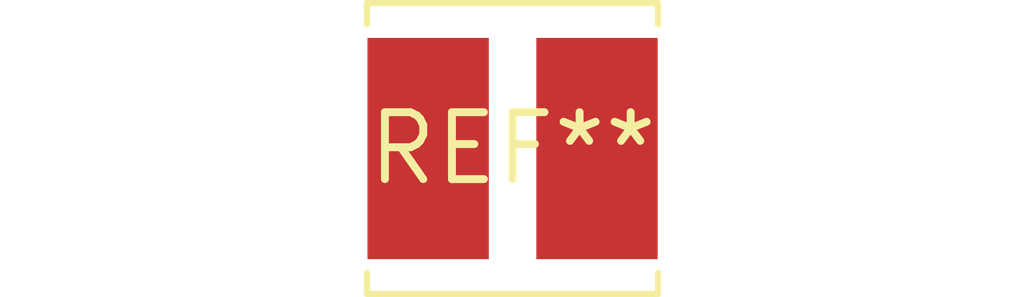
<source format=kicad_pcb>
(kicad_pcb (version 20240108) (generator pcbnew)
  (layers (0 "F.Cu" signal) (31 "B.Cu" signal) (34 "B.Paste" user) (35 "F.Paste" user) (36 "B.SilkS" user "B.Silkscreen") (37 "F.SilkS" user "F.Silkscreen") (38 "B.Mask" user) (39 "F.Mask" user) (44 "Edge.Cuts" user))
  (net 0 "")
  (footprint "L_Cenker_CKCS5020" (layer "F.Cu") (at 0 0)
    (property "Reference" "REF**")
    (property "Value" "L_Cenker_CKCS5020")
    (fp_line (start -2.76 -2.76) (end -2.76 -2.36) (layer "F.SilkS") (stroke (width 0.12)))
    (fp_line (start -2.76 -2.76) (end 2.76 -2.76) (layer "F.SilkS") (stroke (width 0.12)))
    (fp_line (start -2.76 2.76) (end -2.76 2.36) (layer "F.SilkS") (stroke (width 0.12)))
    (fp_line (start -2.76 2.76) (end 2.76 2.76) (layer "F.SilkS") (stroke (width 0.12)))
    (fp_line (start 2.76 -2.76) (end 2.76 -2.36) (layer "F.SilkS") (stroke (width 0.12)))
    (fp_line (start 2.76 2.76) (end 2.76 2.36) (layer "F.SilkS") (stroke (width 0.12)))
    (pad "1" smd rect (at -1.6 0) (size 2.3 4.2) (layers "F.Cu" "F.Paste" "F.Mask"))
    (pad "2" smd rect (at 1.6 0) (size 2.3 4.2) (layers "F.Cu" "F.Paste" "F.Mask"))
  )
)
</source>
